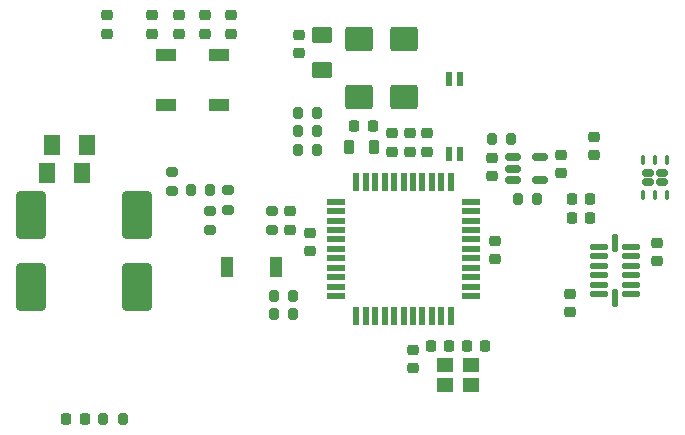
<source format=gbr>
%TF.GenerationSoftware,KiCad,Pcbnew,7.0.7*%
%TF.CreationDate,2023-10-01T16:40:48+03:00*%
%TF.ProjectId,RadioSens,52616469-6f53-4656-9e73-2e6b69636164,rev?*%
%TF.SameCoordinates,Original*%
%TF.FileFunction,Paste,Top*%
%TF.FilePolarity,Positive*%
%FSLAX46Y46*%
G04 Gerber Fmt 4.6, Leading zero omitted, Abs format (unit mm)*
G04 Created by KiCad (PCBNEW 7.0.7) date 2023-10-01 16:40:48*
%MOMM*%
%LPD*%
G01*
G04 APERTURE LIST*
G04 Aperture macros list*
%AMRoundRect*
0 Rectangle with rounded corners*
0 $1 Rounding radius*
0 $2 $3 $4 $5 $6 $7 $8 $9 X,Y pos of 4 corners*
0 Add a 4 corners polygon primitive as box body*
4,1,4,$2,$3,$4,$5,$6,$7,$8,$9,$2,$3,0*
0 Add four circle primitives for the rounded corners*
1,1,$1+$1,$2,$3*
1,1,$1+$1,$4,$5*
1,1,$1+$1,$6,$7*
1,1,$1+$1,$8,$9*
0 Add four rect primitives between the rounded corners*
20,1,$1+$1,$2,$3,$4,$5,0*
20,1,$1+$1,$4,$5,$6,$7,0*
20,1,$1+$1,$6,$7,$8,$9,0*
20,1,$1+$1,$8,$9,$2,$3,0*%
G04 Aperture macros list end*
%ADD10RoundRect,0.200000X0.200000X0.275000X-0.200000X0.275000X-0.200000X-0.275000X0.200000X-0.275000X0*%
%ADD11RoundRect,0.200000X-0.275000X0.200000X-0.275000X-0.200000X0.275000X-0.200000X0.275000X0.200000X0*%
%ADD12RoundRect,0.218750X0.218750X0.256250X-0.218750X0.256250X-0.218750X-0.256250X0.218750X-0.256250X0*%
%ADD13RoundRect,0.218750X-0.256250X0.218750X-0.256250X-0.218750X0.256250X-0.218750X0.256250X0.218750X0*%
%ADD14RoundRect,0.150000X0.335000X-0.150000X0.335000X0.150000X-0.335000X0.150000X-0.335000X-0.150000X0*%
%ADD15RoundRect,0.100000X0.100000X-0.300000X0.100000X0.300000X-0.100000X0.300000X-0.100000X-0.300000X0*%
%ADD16R,1.700000X1.100000*%
%ADD17RoundRect,0.225000X0.225000X0.250000X-0.225000X0.250000X-0.225000X-0.250000X0.225000X-0.250000X0*%
%ADD18RoundRect,0.200000X-0.200000X-0.275000X0.200000X-0.275000X0.200000X0.275000X-0.200000X0.275000X0*%
%ADD19RoundRect,0.250000X1.000000X-1.750000X1.000000X1.750000X-1.000000X1.750000X-1.000000X-1.750000X0*%
%ADD20RoundRect,0.225000X0.250000X-0.225000X0.250000X0.225000X-0.250000X0.225000X-0.250000X-0.225000X0*%
%ADD21RoundRect,0.225000X-0.250000X0.225000X-0.250000X-0.225000X0.250000X-0.225000X0.250000X0.225000X0*%
%ADD22RoundRect,0.250000X-0.925000X0.787500X-0.925000X-0.787500X0.925000X-0.787500X0.925000X0.787500X0*%
%ADD23RoundRect,0.200000X0.275000X-0.200000X0.275000X0.200000X-0.275000X0.200000X-0.275000X-0.200000X0*%
%ADD24RoundRect,0.250001X-0.462499X-0.624999X0.462499X-0.624999X0.462499X0.624999X-0.462499X0.624999X0*%
%ADD25R,0.600000X1.200000*%
%ADD26R,0.550000X1.500000*%
%ADD27R,1.500000X0.550000*%
%ADD28RoundRect,0.150000X-0.512500X-0.150000X0.512500X-0.150000X0.512500X0.150000X-0.512500X0.150000X0*%
%ADD29RoundRect,0.225000X-0.225000X-0.250000X0.225000X-0.250000X0.225000X0.250000X-0.225000X0.250000X0*%
%ADD30RoundRect,0.250001X-0.624999X0.462499X-0.624999X-0.462499X0.624999X-0.462499X0.624999X0.462499X0*%
%ADD31RoundRect,0.218750X-0.218750X-0.381250X0.218750X-0.381250X0.218750X0.381250X-0.218750X0.381250X0*%
%ADD32R,1.400000X1.200000*%
%ADD33R,1.100000X1.700000*%
%ADD34RoundRect,0.125000X-0.675000X-0.125000X0.675000X-0.125000X0.675000X0.125000X-0.675000X0.125000X0*%
%ADD35RoundRect,0.125000X0.125000X-0.675000X0.125000X0.675000X-0.125000X0.675000X-0.125000X-0.675000X0*%
G04 APERTURE END LIST*
D10*
%TO.C,R15*%
X97244815Y-105348180D03*
X95594815Y-105348180D03*
%TD*%
D11*
%TO.C,R31*%
X87019815Y-94823180D03*
X87019815Y-96473180D03*
%TD*%
D12*
%TO.C,HL6*%
X79607315Y-115748180D03*
X78032315Y-115748180D03*
%TD*%
D13*
%TO.C,HL4*%
X87554839Y-81560680D03*
X87554839Y-83135680D03*
%TD*%
D14*
%TO.C,DA4*%
X127269815Y-95673180D03*
X128469815Y-95673180D03*
X127269815Y-94923180D03*
X128469815Y-94923180D03*
D15*
X126869815Y-96748180D03*
X127869815Y-96748180D03*
X128869815Y-96748180D03*
X128869815Y-93848180D03*
X127869815Y-93848180D03*
X126869815Y-93848180D03*
%TD*%
D16*
%TO.C,SB2*%
X91019815Y-84948180D03*
X91019815Y-89148180D03*
%TD*%
D17*
%TO.C,C19*%
X103994815Y-90948180D03*
X102444815Y-90948180D03*
%TD*%
D13*
%TO.C,HL1*%
X85319815Y-81560680D03*
X85319815Y-83135680D03*
%TD*%
D18*
%TO.C,R18*%
X97644815Y-92998180D03*
X99294815Y-92998180D03*
%TD*%
D10*
%TO.C,R71*%
X115744815Y-92048180D03*
X114094815Y-92048180D03*
%TD*%
D17*
%TO.C,C21*%
X110494815Y-109548180D03*
X108944815Y-109548180D03*
%TD*%
D19*
%TO.C,C27*%
X75069815Y-104598180D03*
X75069815Y-98498180D03*
%TD*%
D20*
%TO.C,C24*%
X107419815Y-111423180D03*
X107419815Y-109873180D03*
%TD*%
D17*
%TO.C,C37*%
X122394815Y-97148180D03*
X120844815Y-97148180D03*
%TD*%
D20*
%TO.C,C46*%
X119919815Y-94923180D03*
X119919815Y-93373180D03*
%TD*%
D10*
%TO.C,R64*%
X82844815Y-115748180D03*
X81194815Y-115748180D03*
%TD*%
D21*
%TO.C,C23*%
X98719815Y-99973180D03*
X98719815Y-101523180D03*
%TD*%
D20*
%TO.C,C22*%
X114319815Y-102223180D03*
X114319815Y-100673180D03*
%TD*%
D21*
%TO.C,C45*%
X114119815Y-93648180D03*
X114119815Y-95198180D03*
%TD*%
D22*
%TO.C,C3*%
X102819815Y-83585680D03*
X102819815Y-88510680D03*
%TD*%
D13*
%TO.C,HL3*%
X81519815Y-81560680D03*
X81519815Y-83135680D03*
%TD*%
D23*
%TO.C,R30*%
X90219815Y-99773180D03*
X90219815Y-98123180D03*
%TD*%
D24*
%TO.C,C33*%
X76832315Y-92548180D03*
X79807315Y-92548180D03*
%TD*%
D20*
%TO.C,C17*%
X107119815Y-93123180D03*
X107119815Y-91573180D03*
%TD*%
D10*
%TO.C,R43*%
X97244815Y-106848180D03*
X95594815Y-106848180D03*
%TD*%
D25*
%TO.C,BQ1*%
X111369815Y-93298180D03*
X111369815Y-86998180D03*
X110469815Y-86998180D03*
X110469815Y-93298180D03*
%TD*%
D26*
%TO.C,DD1*%
X102608693Y-107048180D03*
X103408693Y-107048180D03*
X104208693Y-107048180D03*
X105008693Y-107048180D03*
X105808693Y-107048180D03*
X106608693Y-107048180D03*
X107408693Y-107048180D03*
X108208693Y-107048180D03*
X109008693Y-107048180D03*
X109808693Y-107048180D03*
X110608693Y-107048180D03*
D27*
X112308693Y-105348180D03*
X112308693Y-104548180D03*
X112308693Y-103748180D03*
X112308693Y-102948180D03*
X112308693Y-102148180D03*
X112308693Y-101348180D03*
X112308693Y-100548180D03*
X112308693Y-99748180D03*
X112308693Y-98948180D03*
X112308693Y-98148180D03*
X112308693Y-97348180D03*
D26*
X110608693Y-95648180D03*
X109808693Y-95648180D03*
X109008693Y-95648180D03*
X108208693Y-95648180D03*
X107408693Y-95648180D03*
X106608693Y-95648180D03*
X105808693Y-95648180D03*
X105008693Y-95648180D03*
X104208693Y-95648180D03*
X103408693Y-95648180D03*
X102608693Y-95648180D03*
D27*
X100908693Y-97348180D03*
X100908693Y-98148180D03*
X100908693Y-98948180D03*
X100908693Y-99748180D03*
X100908693Y-100548180D03*
X100908693Y-101348180D03*
X100908693Y-102148180D03*
X100908693Y-102948180D03*
X100908693Y-103748180D03*
X100908693Y-104548180D03*
X100908693Y-105348180D03*
%TD*%
D11*
%TO.C,R29*%
X91769815Y-96398180D03*
X91769815Y-98048180D03*
%TD*%
D28*
%TO.C,DA6*%
X115882315Y-93598180D03*
X115882315Y-94548180D03*
X115882315Y-95498180D03*
X118157315Y-95498180D03*
X118157315Y-93598180D03*
%TD*%
D20*
%TO.C,C14*%
X108619815Y-93123180D03*
X108619815Y-91573180D03*
%TD*%
D19*
%TO.C,C26*%
X84019815Y-104598180D03*
X84019815Y-98498180D03*
%TD*%
D18*
%TO.C,R17*%
X97644815Y-91398180D03*
X99294815Y-91398180D03*
%TD*%
D29*
%TO.C,C20*%
X111944815Y-109548180D03*
X113494815Y-109548180D03*
%TD*%
D13*
%TO.C,HL2*%
X92024888Y-81560680D03*
X92024888Y-83135680D03*
%TD*%
D23*
%TO.C,R28*%
X95469815Y-99773180D03*
X95469815Y-98123180D03*
%TD*%
D18*
%TO.C,R16*%
X97644815Y-89798180D03*
X99294815Y-89798180D03*
%TD*%
D16*
%TO.C,SB1*%
X86519815Y-84948180D03*
X86519815Y-89148180D03*
%TD*%
D21*
%TO.C,C39*%
X128069815Y-100823180D03*
X128069815Y-102373180D03*
%TD*%
D18*
%TO.C,R72*%
X116294815Y-97148180D03*
X117944815Y-97148180D03*
%TD*%
D13*
%TO.C,HL5*%
X89819815Y-81560680D03*
X89819815Y-83135680D03*
%TD*%
D20*
%TO.C,C36*%
X122719815Y-93423180D03*
X122719815Y-91873180D03*
%TD*%
D18*
%TO.C,R32*%
X88594815Y-96348180D03*
X90244815Y-96348180D03*
%TD*%
D21*
%TO.C,C15*%
X105619815Y-91573180D03*
X105619815Y-93123180D03*
%TD*%
D24*
%TO.C,C34*%
X76432315Y-94948180D03*
X79407315Y-94948180D03*
%TD*%
D17*
%TO.C,C35*%
X122394815Y-98748180D03*
X120844815Y-98748180D03*
%TD*%
D21*
%TO.C,C6*%
X97719815Y-83248180D03*
X97719815Y-84798180D03*
%TD*%
D30*
%TO.C,C5*%
X99719815Y-83248180D03*
X99719815Y-86223180D03*
%TD*%
D20*
%TO.C,C9*%
X97019815Y-99723180D03*
X97019815Y-98173180D03*
%TD*%
D31*
%TO.C,L1*%
X101957315Y-92748180D03*
X104082315Y-92748180D03*
%TD*%
D32*
%TO.C,BQ2*%
X112319815Y-111198180D03*
X110119815Y-111198180D03*
X110119815Y-112898180D03*
X112319815Y-112898180D03*
%TD*%
D21*
%TO.C,C38*%
X120719815Y-105173180D03*
X120719815Y-106723180D03*
%TD*%
D22*
%TO.C,C4*%
X106669815Y-83585680D03*
X106669815Y-88510680D03*
%TD*%
D33*
%TO.C,SB3*%
X91619815Y-102848180D03*
X95819815Y-102848180D03*
%TD*%
D34*
%TO.C,DD4*%
X123194815Y-101173180D03*
X123194815Y-101973180D03*
X123194815Y-102773180D03*
X123194815Y-103573180D03*
X123194815Y-104373180D03*
X123194815Y-105173180D03*
D35*
X124544815Y-105473180D03*
D34*
X125894815Y-105173180D03*
X125894815Y-104373180D03*
X125894815Y-103573180D03*
X125894815Y-102773180D03*
X125894815Y-101973180D03*
X125894815Y-101173180D03*
D35*
X124544815Y-100873180D03*
%TD*%
M02*

</source>
